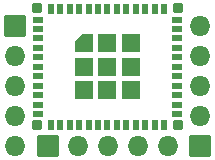
<source format=gbr>
%TF.GenerationSoftware,KiCad,Pcbnew,(6.0.2-0)*%
%TF.CreationDate,2022-05-01T12:34:24+01:00*%
%TF.ProjectId,Generic6,47656e65-7269-4633-962e-6b696361645f,1*%
%TF.SameCoordinates,Original*%
%TF.FileFunction,Soldermask,Top*%
%TF.FilePolarity,Negative*%
%FSLAX46Y46*%
G04 Gerber Fmt 4.6, Leading zero omitted, Abs format (unit mm)*
G04 Created by KiCad (PCBNEW (6.0.2-0)) date 2022-05-01 12:34:24*
%MOMM*%
%LPD*%
G01*
G04 APERTURE LIST*
G04 Aperture macros list*
%AMRoundRect*
0 Rectangle with rounded corners*
0 $1 Rounding radius*
0 $2 $3 $4 $5 $6 $7 $8 $9 X,Y pos of 4 corners*
0 Add a 4 corners polygon primitive as box body*
4,1,4,$2,$3,$4,$5,$6,$7,$8,$9,$2,$3,0*
0 Add four circle primitives for the rounded corners*
1,1,$1+$1,$2,$3*
1,1,$1+$1,$4,$5*
1,1,$1+$1,$6,$7*
1,1,$1+$1,$8,$9*
0 Add four rect primitives between the rounded corners*
20,1,$1+$1,$2,$3,$4,$5,0*
20,1,$1+$1,$4,$5,$6,$7,0*
20,1,$1+$1,$6,$7,$8,$9,0*
20,1,$1+$1,$8,$9,$2,$3,0*%
%AMFreePoly0*
4,1,14,0.732071,0.732071,0.735000,0.725000,0.735000,-0.725000,0.732071,-0.732071,0.725000,-0.735000,-0.725000,-0.735000,-0.732071,-0.732071,-0.735000,-0.725000,-0.735000,0.130500,-0.732071,0.137571,-0.137571,0.732071,-0.130500,0.735000,0.725000,0.735000,0.732071,0.732071,0.732071,0.732071,$1*%
G04 Aperture macros list end*
%ADD10RoundRect,0.010000X0.850000X0.850000X-0.850000X0.850000X-0.850000X-0.850000X0.850000X-0.850000X0*%
%ADD11O,1.720000X1.720000*%
%ADD12RoundRect,0.010000X-0.850000X-0.850000X0.850000X-0.850000X0.850000X0.850000X-0.850000X0.850000X0*%
%ADD13RoundRect,0.010000X-0.400000X-0.200000X0.400000X-0.200000X0.400000X0.200000X-0.400000X0.200000X0*%
%ADD14RoundRect,0.010000X-0.200000X-0.400000X0.200000X-0.400000X0.200000X0.400000X-0.200000X0.400000X0*%
%ADD15RoundRect,0.010000X-0.725000X-0.725000X0.725000X-0.725000X0.725000X0.725000X-0.725000X0.725000X0*%
%ADD16FreePoly0,0.000000*%
%ADD17RoundRect,0.010000X-0.350000X-0.350000X0.350000X-0.350000X0.350000X0.350000X-0.350000X0.350000X0*%
%ADD18RoundRect,0.010000X-0.850000X0.850000X-0.850000X-0.850000X0.850000X-0.850000X0.850000X0.850000X0*%
G04 APERTURE END LIST*
D10*
%TO.C,J3*%
X107800000Y-50900000D03*
D11*
X107800000Y-48360000D03*
X107800000Y-45820000D03*
X107800000Y-43280000D03*
X107800000Y-40740000D03*
%TD*%
D12*
%TO.C,J2*%
X92200000Y-40725000D03*
D11*
X92200000Y-43265000D03*
X92200000Y-45805000D03*
X92200000Y-48345000D03*
X92200000Y-50885000D03*
%TD*%
D13*
%TO.C,U1*%
X94100000Y-40193250D03*
X94100000Y-40993250D03*
X94100000Y-41793250D03*
X94100000Y-42593250D03*
X94100000Y-43393250D03*
X94100000Y-44193250D03*
X94100000Y-44993250D03*
X94100000Y-45793250D03*
X94100000Y-46593250D03*
X94100000Y-47393250D03*
X94100000Y-48193250D03*
D14*
X95200000Y-49093250D03*
X96000000Y-49093250D03*
X96800000Y-49093250D03*
X97600000Y-49093250D03*
X98400000Y-49093250D03*
X99200000Y-49093250D03*
X100000000Y-49093250D03*
X100800000Y-49093250D03*
X101600000Y-49093250D03*
X102400000Y-49093250D03*
X103200000Y-49093250D03*
X104000000Y-49093250D03*
X104800000Y-49093250D03*
D13*
X105900000Y-48193250D03*
X105900000Y-47393250D03*
X105900000Y-46593250D03*
X105900000Y-45793250D03*
X105900000Y-44993250D03*
X105900000Y-44193250D03*
X105900000Y-43393250D03*
X105900000Y-42593250D03*
X105900000Y-41793250D03*
X105900000Y-40993250D03*
X105900000Y-40193250D03*
D14*
X104800000Y-39293250D03*
X104000000Y-39293250D03*
X103200000Y-39293250D03*
X102400000Y-39293250D03*
X101600000Y-39293250D03*
X100800000Y-39293250D03*
X100000000Y-39293250D03*
X99200000Y-39293250D03*
X98400000Y-39293250D03*
X97600000Y-39293250D03*
X96800000Y-39293250D03*
X96000000Y-39293250D03*
X95200000Y-39293250D03*
D15*
X101975000Y-44193250D03*
X98025000Y-44193250D03*
X100000000Y-44193250D03*
X101975000Y-42218250D03*
X101975000Y-46168250D03*
D16*
X98025000Y-42218250D03*
D15*
X100000000Y-42218250D03*
X98025000Y-46168250D03*
X100000000Y-46168250D03*
D17*
X105950000Y-39243250D03*
X105950000Y-49143250D03*
X94050000Y-49143250D03*
X94050000Y-39243250D03*
%TD*%
D18*
%TO.C,J1*%
X94930000Y-50900000D03*
D11*
X97470000Y-50900000D03*
X100010000Y-50900000D03*
X102550000Y-50900000D03*
X105090000Y-50900000D03*
%TD*%
M02*

</source>
